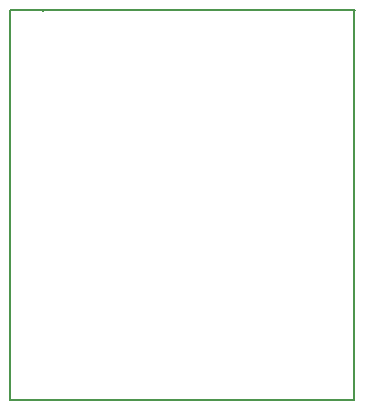
<source format=gbr>
G04 (created by PCBNEW (2013-07-07 BZR 4022)-stable) date 12/10/2014 11:19:01 PM*
%MOIN*%
G04 Gerber Fmt 3.4, Leading zero omitted, Abs format*
%FSLAX34Y34*%
G01*
G70*
G90*
G04 APERTURE LIST*
%ADD10C,0.00590551*%
%ADD11C,0.006*%
G04 APERTURE END LIST*
G54D10*
G54D11*
X10338Y-18699D02*
X10338Y-18168D01*
X11574Y-18699D02*
X10338Y-18699D01*
X10341Y-6404D02*
X10332Y-6404D01*
X10341Y-5702D02*
X10341Y-6404D01*
X11543Y-5702D02*
X10341Y-5702D01*
X11430Y-5693D02*
X11430Y-5724D01*
X10345Y-5729D02*
X10345Y-5693D01*
X10332Y-5742D02*
X10345Y-5729D01*
X10346Y-5742D02*
X10332Y-5742D01*
X10346Y-6359D02*
X10346Y-5742D01*
X21800Y-6250D02*
X21800Y-5700D01*
X11300Y-5700D02*
X11450Y-5700D01*
X21800Y-18150D02*
X21800Y-6250D01*
X21800Y-6200D02*
X21800Y-6300D01*
X11350Y-5700D02*
X21850Y-5700D01*
X10343Y-18420D02*
X10343Y-6320D01*
X21050Y-18700D02*
X11300Y-18700D01*
X21805Y-18695D02*
X21030Y-18695D01*
X21805Y-18150D02*
X21805Y-18695D01*
M02*

</source>
